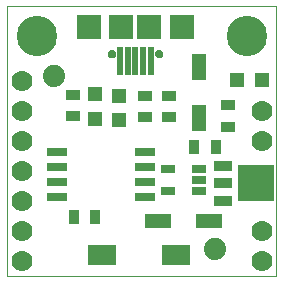
<source format=gts>
G75*
%MOIN*%
%OFA0B0*%
%FSLAX25Y25*%
%IPPOS*%
%LPD*%
%AMOC8*
5,1,8,0,0,1.08239X$1,22.5*
%
%ADD10C,0.00000*%
%ADD11R,0.05124X0.03550*%
%ADD12R,0.04600X0.09000*%
%ADD13R,0.03550X0.05124*%
%ADD14R,0.05124X0.05124*%
%ADD15R,0.05124X0.02565*%
%ADD16C,0.13455*%
%ADD17R,0.09455X0.06699*%
%ADD18R,0.01975X0.09455*%
%ADD19R,0.07880X0.07880*%
%ADD20C,0.02762*%
%ADD21C,0.07000*%
%ADD22R,0.09000X0.04600*%
%ADD23C,0.07400*%
%ADD24R,0.06500X0.02500*%
%ADD25R,0.06306X0.03550*%
%ADD26R,0.12211X0.12211*%
D10*
X0007800Y0007420D02*
X0007800Y0097421D01*
X0097681Y0097421D01*
X0097681Y0007420D01*
X0007800Y0007420D01*
X0041555Y0081555D02*
X0041557Y0081624D01*
X0041563Y0081692D01*
X0041573Y0081760D01*
X0041587Y0081827D01*
X0041605Y0081894D01*
X0041626Y0081959D01*
X0041652Y0082023D01*
X0041681Y0082085D01*
X0041713Y0082145D01*
X0041749Y0082204D01*
X0041789Y0082260D01*
X0041831Y0082314D01*
X0041877Y0082365D01*
X0041926Y0082414D01*
X0041977Y0082460D01*
X0042031Y0082502D01*
X0042087Y0082542D01*
X0042145Y0082578D01*
X0042206Y0082610D01*
X0042268Y0082639D01*
X0042332Y0082665D01*
X0042397Y0082686D01*
X0042464Y0082704D01*
X0042531Y0082718D01*
X0042599Y0082728D01*
X0042667Y0082734D01*
X0042736Y0082736D01*
X0042805Y0082734D01*
X0042873Y0082728D01*
X0042941Y0082718D01*
X0043008Y0082704D01*
X0043075Y0082686D01*
X0043140Y0082665D01*
X0043204Y0082639D01*
X0043266Y0082610D01*
X0043326Y0082578D01*
X0043385Y0082542D01*
X0043441Y0082502D01*
X0043495Y0082460D01*
X0043546Y0082414D01*
X0043595Y0082365D01*
X0043641Y0082314D01*
X0043683Y0082260D01*
X0043723Y0082204D01*
X0043759Y0082145D01*
X0043791Y0082085D01*
X0043820Y0082023D01*
X0043846Y0081959D01*
X0043867Y0081894D01*
X0043885Y0081827D01*
X0043899Y0081760D01*
X0043909Y0081692D01*
X0043915Y0081624D01*
X0043917Y0081555D01*
X0043915Y0081486D01*
X0043909Y0081418D01*
X0043899Y0081350D01*
X0043885Y0081283D01*
X0043867Y0081216D01*
X0043846Y0081151D01*
X0043820Y0081087D01*
X0043791Y0081025D01*
X0043759Y0080964D01*
X0043723Y0080906D01*
X0043683Y0080850D01*
X0043641Y0080796D01*
X0043595Y0080745D01*
X0043546Y0080696D01*
X0043495Y0080650D01*
X0043441Y0080608D01*
X0043385Y0080568D01*
X0043327Y0080532D01*
X0043266Y0080500D01*
X0043204Y0080471D01*
X0043140Y0080445D01*
X0043075Y0080424D01*
X0043008Y0080406D01*
X0042941Y0080392D01*
X0042873Y0080382D01*
X0042805Y0080376D01*
X0042736Y0080374D01*
X0042667Y0080376D01*
X0042599Y0080382D01*
X0042531Y0080392D01*
X0042464Y0080406D01*
X0042397Y0080424D01*
X0042332Y0080445D01*
X0042268Y0080471D01*
X0042206Y0080500D01*
X0042145Y0080532D01*
X0042087Y0080568D01*
X0042031Y0080608D01*
X0041977Y0080650D01*
X0041926Y0080696D01*
X0041877Y0080745D01*
X0041831Y0080796D01*
X0041789Y0080850D01*
X0041749Y0080906D01*
X0041713Y0080964D01*
X0041681Y0081025D01*
X0041652Y0081087D01*
X0041626Y0081151D01*
X0041605Y0081216D01*
X0041587Y0081283D01*
X0041573Y0081350D01*
X0041563Y0081418D01*
X0041557Y0081486D01*
X0041555Y0081555D01*
X0057303Y0081555D02*
X0057305Y0081624D01*
X0057311Y0081692D01*
X0057321Y0081760D01*
X0057335Y0081827D01*
X0057353Y0081894D01*
X0057374Y0081959D01*
X0057400Y0082023D01*
X0057429Y0082085D01*
X0057461Y0082145D01*
X0057497Y0082204D01*
X0057537Y0082260D01*
X0057579Y0082314D01*
X0057625Y0082365D01*
X0057674Y0082414D01*
X0057725Y0082460D01*
X0057779Y0082502D01*
X0057835Y0082542D01*
X0057893Y0082578D01*
X0057954Y0082610D01*
X0058016Y0082639D01*
X0058080Y0082665D01*
X0058145Y0082686D01*
X0058212Y0082704D01*
X0058279Y0082718D01*
X0058347Y0082728D01*
X0058415Y0082734D01*
X0058484Y0082736D01*
X0058553Y0082734D01*
X0058621Y0082728D01*
X0058689Y0082718D01*
X0058756Y0082704D01*
X0058823Y0082686D01*
X0058888Y0082665D01*
X0058952Y0082639D01*
X0059014Y0082610D01*
X0059074Y0082578D01*
X0059133Y0082542D01*
X0059189Y0082502D01*
X0059243Y0082460D01*
X0059294Y0082414D01*
X0059343Y0082365D01*
X0059389Y0082314D01*
X0059431Y0082260D01*
X0059471Y0082204D01*
X0059507Y0082145D01*
X0059539Y0082085D01*
X0059568Y0082023D01*
X0059594Y0081959D01*
X0059615Y0081894D01*
X0059633Y0081827D01*
X0059647Y0081760D01*
X0059657Y0081692D01*
X0059663Y0081624D01*
X0059665Y0081555D01*
X0059663Y0081486D01*
X0059657Y0081418D01*
X0059647Y0081350D01*
X0059633Y0081283D01*
X0059615Y0081216D01*
X0059594Y0081151D01*
X0059568Y0081087D01*
X0059539Y0081025D01*
X0059507Y0080964D01*
X0059471Y0080906D01*
X0059431Y0080850D01*
X0059389Y0080796D01*
X0059343Y0080745D01*
X0059294Y0080696D01*
X0059243Y0080650D01*
X0059189Y0080608D01*
X0059133Y0080568D01*
X0059075Y0080532D01*
X0059014Y0080500D01*
X0058952Y0080471D01*
X0058888Y0080445D01*
X0058823Y0080424D01*
X0058756Y0080406D01*
X0058689Y0080392D01*
X0058621Y0080382D01*
X0058553Y0080376D01*
X0058484Y0080374D01*
X0058415Y0080376D01*
X0058347Y0080382D01*
X0058279Y0080392D01*
X0058212Y0080406D01*
X0058145Y0080424D01*
X0058080Y0080445D01*
X0058016Y0080471D01*
X0057954Y0080500D01*
X0057893Y0080532D01*
X0057835Y0080568D01*
X0057779Y0080608D01*
X0057725Y0080650D01*
X0057674Y0080696D01*
X0057625Y0080745D01*
X0057579Y0080796D01*
X0057537Y0080850D01*
X0057497Y0080906D01*
X0057461Y0080964D01*
X0057429Y0081025D01*
X0057400Y0081087D01*
X0057374Y0081151D01*
X0057353Y0081216D01*
X0057335Y0081283D01*
X0057321Y0081350D01*
X0057311Y0081418D01*
X0057305Y0081486D01*
X0057303Y0081555D01*
D11*
X0053800Y0067463D03*
X0053800Y0060377D03*
X0061800Y0060377D03*
X0061800Y0067463D03*
X0081430Y0064413D03*
X0081430Y0057327D03*
X0029800Y0060877D03*
X0029800Y0067963D03*
D12*
X0071810Y0060030D03*
X0071810Y0077030D03*
D13*
X0070380Y0050656D03*
X0077467Y0050656D03*
X0037233Y0027060D03*
X0030147Y0027060D03*
D14*
X0045300Y0059386D03*
X0037200Y0059786D03*
X0037200Y0068054D03*
X0045300Y0067654D03*
X0084572Y0072708D03*
X0092839Y0072708D03*
D15*
X0071919Y0043250D03*
X0071919Y0039510D03*
X0071919Y0035770D03*
X0061682Y0035770D03*
X0061682Y0043250D03*
D16*
X0087800Y0087420D03*
X0017800Y0087420D03*
D17*
X0039498Y0014520D03*
X0064302Y0014520D03*
D18*
X0055728Y0079291D03*
X0053169Y0079291D03*
X0050610Y0079291D03*
X0048051Y0079291D03*
X0045492Y0079291D03*
D19*
X0045886Y0090610D03*
X0055334Y0090610D03*
X0066161Y0090610D03*
X0035059Y0090610D03*
D20*
X0042736Y0081555D03*
X0058484Y0081555D03*
D21*
X0092800Y0062420D03*
X0092800Y0052420D03*
X0092800Y0022420D03*
X0092800Y0012420D03*
X0012800Y0012420D03*
X0012800Y0022420D03*
X0012800Y0032420D03*
X0012800Y0042420D03*
X0012800Y0052420D03*
X0012800Y0062420D03*
X0012800Y0072420D03*
D22*
X0058300Y0025920D03*
X0075300Y0025920D03*
D23*
X0077200Y0016620D03*
X0023500Y0074220D03*
D24*
X0024700Y0048920D03*
X0024700Y0043920D03*
X0024700Y0038920D03*
X0024700Y0033920D03*
X0053900Y0033920D03*
X0053900Y0038920D03*
X0053900Y0043920D03*
X0053900Y0048920D03*
D25*
X0079910Y0044326D03*
X0079910Y0038420D03*
X0079910Y0032514D03*
D26*
X0090934Y0038420D03*
M02*

</source>
